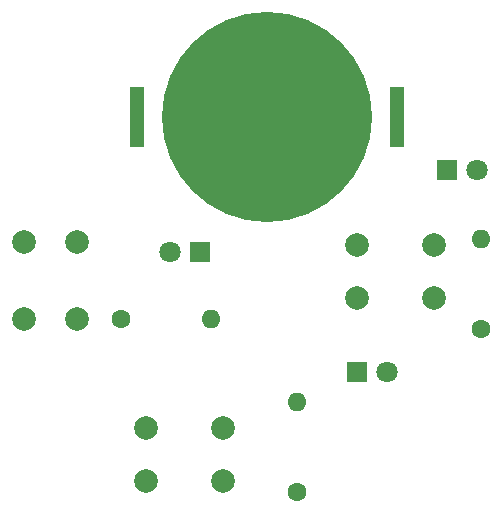
<source format=gbs>
G04 #@! TF.GenerationSoftware,KiCad,Pcbnew,8.99.0-3458-gcd40f6046b*
G04 #@! TF.CreationDate,2025-06-29T19:21:04+05:30*
G04 #@! TF.ProjectId,solder,736f6c64-6572-42e6-9b69-6361645f7063,rev?*
G04 #@! TF.SameCoordinates,Original*
G04 #@! TF.FileFunction,Soldermask,Bot*
G04 #@! TF.FilePolarity,Negative*
%FSLAX46Y46*%
G04 Gerber Fmt 4.6, Leading zero omitted, Abs format (unit mm)*
G04 Created by KiCad (PCBNEW 8.99.0-3458-gcd40f6046b) date 2025-06-29 19:21:04*
%MOMM*%
%LPD*%
G01*
G04 APERTURE LIST*
%ADD10R,1.800000X1.800000*%
%ADD11C,1.800000*%
%ADD12O,1.600000X1.600000*%
%ADD13C,1.600000*%
%ADD14C,2.000000*%
%ADD15C,17.800000*%
%ADD16R,1.270000X5.080000*%
G04 APERTURE END LIST*
D10*
G04 #@! TO.C,D3*
X220345000Y-80645000D03*
D11*
X222885000Y-80645000D03*
G04 #@! TD*
D12*
G04 #@! TO.C,R3*
X223250000Y-86500000D03*
D13*
X223250000Y-94120000D03*
G04 #@! TD*
D14*
G04 #@! TO.C,SW1*
X189000000Y-93250000D03*
X189000000Y-86750000D03*
X184500000Y-93250000D03*
X184500000Y-86750000D03*
G04 #@! TD*
G04 #@! TO.C,SW5*
X194870000Y-107025000D03*
X201370000Y-107025000D03*
X194870000Y-102525000D03*
X201370000Y-102525000D03*
G04 #@! TD*
G04 #@! TO.C,SW3*
X219250000Y-87000000D03*
X212750000Y-87000000D03*
X219250000Y-91500000D03*
X212750000Y-91500000D03*
G04 #@! TD*
D11*
G04 #@! TO.C,D1*
X196855000Y-87630000D03*
D10*
X199395000Y-87630000D03*
G04 #@! TD*
D11*
G04 #@! TO.C,D5*
X215265000Y-97790000D03*
D10*
X212725000Y-97790000D03*
G04 #@! TD*
D13*
G04 #@! TO.C,R5*
X207645000Y-107950000D03*
D12*
X207645000Y-100330000D03*
G04 #@! TD*
D13*
G04 #@! TO.C,R1*
X192690000Y-93250000D03*
D12*
X200310000Y-93250000D03*
G04 #@! TD*
D15*
G04 #@! TO.C,BT1*
X205105000Y-76200000D03*
D16*
X216090000Y-76200000D03*
X194120000Y-76200000D03*
G04 #@! TD*
M02*

</source>
